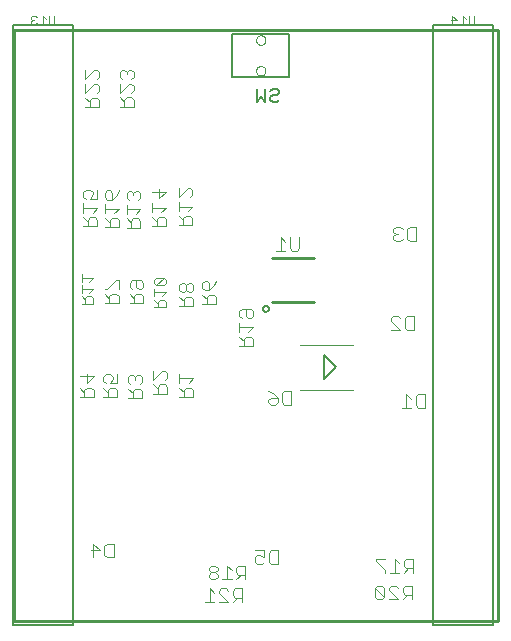
<source format=gbo>
G75*
%MOIN*%
%OFA0B0*%
%FSLAX24Y24*%
%IPPOS*%
%LPD*%
%AMOC8*
5,1,8,0,0,1.08239X$1,22.5*
%
%ADD10C,0.0100*%
%ADD11C,0.0040*%
%ADD12C,0.0050*%
%ADD13C,0.0030*%
%ADD14C,0.0060*%
%ADD15C,0.0000*%
%ADD16C,0.0080*%
D10*
X004503Y003075D02*
X004503Y022760D01*
X020645Y022760D01*
X020645Y003075D01*
X004503Y003075D01*
X013097Y013706D02*
X014517Y013706D01*
X014517Y015166D02*
X013097Y015166D01*
D11*
X013256Y015417D02*
X013563Y015417D01*
X013410Y015417D02*
X013410Y015877D01*
X013563Y015724D01*
X013717Y015877D02*
X013717Y015494D01*
X013793Y015417D01*
X013947Y015417D01*
X014024Y015494D01*
X014024Y015877D01*
X012407Y013479D02*
X012100Y013479D01*
X012024Y013402D01*
X012024Y013248D01*
X012100Y013172D01*
X012254Y013248D02*
X012254Y013479D01*
X012407Y013479D02*
X012484Y013402D01*
X012484Y013248D01*
X012407Y013172D01*
X012330Y013172D01*
X012254Y013248D01*
X012024Y013018D02*
X012024Y012711D01*
X012024Y012558D02*
X012177Y012404D01*
X012177Y012481D02*
X012177Y012251D01*
X012024Y012251D02*
X012484Y012251D01*
X012484Y012481D01*
X012407Y012558D01*
X012254Y012558D01*
X012177Y012481D01*
X012330Y012711D02*
X012484Y012865D01*
X012024Y012865D01*
X011256Y013650D02*
X011256Y013880D01*
X011179Y013957D01*
X011025Y013957D01*
X010949Y013880D01*
X010949Y013650D01*
X010949Y013803D02*
X010795Y013957D01*
X010872Y014110D02*
X010795Y014187D01*
X010795Y014340D01*
X010872Y014417D01*
X010949Y014417D01*
X011025Y014340D01*
X011025Y014110D01*
X010872Y014110D01*
X011025Y014110D02*
X011179Y014264D01*
X011256Y014417D01*
X011256Y013650D02*
X010795Y013650D01*
X010485Y013579D02*
X010485Y013809D01*
X010409Y013886D01*
X010255Y013886D01*
X010179Y013809D01*
X010179Y013579D01*
X010179Y013732D02*
X010025Y013886D01*
X010102Y014039D02*
X010179Y014039D01*
X010255Y014116D01*
X010255Y014269D01*
X010179Y014346D01*
X010102Y014346D01*
X010025Y014269D01*
X010025Y014116D01*
X010102Y014039D01*
X010255Y014116D02*
X010332Y014039D01*
X010409Y014039D01*
X010485Y014116D01*
X010485Y014269D01*
X010409Y014346D01*
X010332Y014346D01*
X010255Y014269D01*
X010025Y013579D02*
X010485Y013579D01*
X008825Y013664D02*
X008825Y013895D01*
X008748Y013971D01*
X008595Y013971D01*
X008518Y013895D01*
X008518Y013664D01*
X008364Y013664D02*
X008825Y013664D01*
X008518Y013818D02*
X008364Y013971D01*
X008441Y014125D02*
X008364Y014201D01*
X008364Y014355D01*
X008441Y014432D01*
X008748Y014432D01*
X008825Y014355D01*
X008825Y014201D01*
X008748Y014125D01*
X008671Y014125D01*
X008595Y014201D01*
X008595Y014432D01*
X007997Y014432D02*
X007997Y014125D01*
X007920Y013971D02*
X007767Y013971D01*
X007690Y013895D01*
X007690Y013664D01*
X007537Y013664D02*
X007997Y013664D01*
X007997Y013895D01*
X007920Y013971D01*
X007690Y013818D02*
X007537Y013971D01*
X007537Y014125D02*
X007613Y014125D01*
X007920Y014432D01*
X007997Y014432D01*
X008266Y016186D02*
X008726Y016186D01*
X008726Y016416D01*
X008649Y016493D01*
X008496Y016493D01*
X008419Y016416D01*
X008419Y016186D01*
X008419Y016339D02*
X008266Y016493D01*
X008266Y016646D02*
X008266Y016953D01*
X008266Y016799D02*
X008726Y016799D01*
X008573Y016646D01*
X008649Y017106D02*
X008726Y017183D01*
X008726Y017337D01*
X008649Y017413D01*
X008573Y017413D01*
X008496Y017337D01*
X008419Y017413D01*
X008342Y017413D01*
X008266Y017337D01*
X008266Y017183D01*
X008342Y017106D01*
X008496Y017260D02*
X008496Y017337D01*
X008011Y017426D02*
X007934Y017273D01*
X007780Y017119D01*
X007780Y017350D01*
X007704Y017426D01*
X007627Y017426D01*
X007550Y017350D01*
X007550Y017196D01*
X007627Y017119D01*
X007780Y017119D01*
X007550Y016966D02*
X007550Y016659D01*
X007550Y016812D02*
X008011Y016812D01*
X007857Y016659D01*
X007780Y016506D02*
X007704Y016429D01*
X007704Y016199D01*
X007704Y016352D02*
X007550Y016506D01*
X007780Y016506D02*
X007934Y016506D01*
X008011Y016429D01*
X008011Y016199D01*
X007550Y016199D01*
X007286Y016225D02*
X007286Y016455D01*
X007210Y016532D01*
X007056Y016532D01*
X006979Y016455D01*
X006979Y016225D01*
X006826Y016225D02*
X007286Y016225D01*
X006979Y016378D02*
X006826Y016532D01*
X006826Y016685D02*
X006826Y016992D01*
X006826Y016839D02*
X007286Y016839D01*
X007133Y016685D01*
X007056Y017146D02*
X007133Y017299D01*
X007133Y017376D01*
X007056Y017453D01*
X006903Y017453D01*
X006826Y017376D01*
X006826Y017222D01*
X006903Y017146D01*
X007056Y017146D02*
X007286Y017146D01*
X007286Y017453D01*
X009113Y017389D02*
X009574Y017389D01*
X009343Y017159D01*
X009343Y017466D01*
X009113Y017005D02*
X009113Y016698D01*
X009113Y016545D02*
X009267Y016391D01*
X009267Y016468D02*
X009267Y016238D01*
X009113Y016238D02*
X009574Y016238D01*
X009574Y016468D01*
X009497Y016545D01*
X009343Y016545D01*
X009267Y016468D01*
X009420Y016698D02*
X009574Y016852D01*
X009113Y016852D01*
X010002Y016891D02*
X010462Y016891D01*
X010309Y016738D01*
X010386Y016584D02*
X010232Y016584D01*
X010155Y016508D01*
X010155Y016277D01*
X010002Y016277D02*
X010462Y016277D01*
X010462Y016508D01*
X010386Y016584D01*
X010155Y016431D02*
X010002Y016584D01*
X010002Y016738D02*
X010002Y017045D01*
X010002Y017198D02*
X010309Y017505D01*
X010386Y017505D01*
X010462Y017428D01*
X010462Y017275D01*
X010386Y017198D01*
X010002Y017198D02*
X010002Y017505D01*
X008499Y020224D02*
X008038Y020224D01*
X008192Y020224D02*
X008192Y020454D01*
X008269Y020531D01*
X008422Y020531D01*
X008499Y020454D01*
X008499Y020224D01*
X008192Y020377D02*
X008038Y020531D01*
X008038Y020684D02*
X008345Y020991D01*
X008422Y020991D01*
X008499Y020914D01*
X008499Y020761D01*
X008422Y020684D01*
X008038Y020684D02*
X008038Y020991D01*
X008115Y021144D02*
X008038Y021221D01*
X008038Y021375D01*
X008115Y021451D01*
X008192Y021451D01*
X008269Y021375D01*
X008269Y021298D01*
X008269Y021375D02*
X008345Y021451D01*
X008422Y021451D01*
X008499Y021375D01*
X008499Y021221D01*
X008422Y021144D01*
X007345Y021213D02*
X007268Y021137D01*
X007345Y021213D02*
X007345Y021367D01*
X007268Y021444D01*
X007191Y021444D01*
X006885Y021137D01*
X006885Y021444D01*
X006885Y020983D02*
X006885Y020676D01*
X007191Y020983D01*
X007268Y020983D01*
X007345Y020906D01*
X007345Y020753D01*
X007268Y020676D01*
X007268Y020523D02*
X007115Y020523D01*
X007038Y020446D01*
X007038Y020216D01*
X007038Y020369D02*
X006885Y020523D01*
X006885Y020216D02*
X007345Y020216D01*
X007345Y020446D01*
X007268Y020523D01*
X005812Y022962D02*
X005719Y022962D01*
X005672Y023008D01*
X005672Y023242D01*
X005565Y023148D02*
X005471Y023242D01*
X005471Y022962D01*
X005378Y022962D02*
X005565Y022962D01*
X005812Y022962D02*
X005859Y023008D01*
X005859Y023242D01*
X005270Y023195D02*
X005223Y023242D01*
X005130Y023242D01*
X005083Y023195D01*
X005083Y023148D01*
X005130Y023102D01*
X005083Y023055D01*
X005083Y023008D01*
X005130Y022962D01*
X005223Y022962D01*
X005270Y023008D01*
X005176Y023102D02*
X005130Y023102D01*
X014046Y012290D02*
X015826Y012290D01*
X017086Y012779D02*
X017393Y012779D01*
X017086Y013085D01*
X017086Y013162D01*
X017163Y013239D01*
X017316Y013239D01*
X017393Y013162D01*
X017547Y013162D02*
X017623Y013239D01*
X017854Y013239D01*
X017854Y012779D01*
X017623Y012779D01*
X017547Y012855D01*
X017547Y013162D01*
X017593Y010644D02*
X017593Y010184D01*
X017440Y010184D02*
X017747Y010184D01*
X017900Y010260D02*
X017900Y010567D01*
X017977Y010644D01*
X018207Y010644D01*
X018207Y010184D01*
X017977Y010184D01*
X017900Y010260D01*
X017747Y010491D02*
X017593Y010644D01*
X015826Y010790D02*
X014046Y010790D01*
X013758Y010744D02*
X013528Y010744D01*
X013451Y010668D01*
X013451Y010361D01*
X013528Y010284D01*
X013758Y010284D01*
X013758Y010744D01*
X013298Y010514D02*
X013068Y010514D01*
X012991Y010437D01*
X012991Y010361D01*
X013068Y010284D01*
X013221Y010284D01*
X013298Y010361D01*
X013298Y010514D01*
X013144Y010668D01*
X012991Y010744D01*
X010485Y010778D02*
X010485Y010547D01*
X010025Y010547D01*
X010179Y010547D02*
X010179Y010778D01*
X010255Y010854D01*
X010409Y010854D01*
X010485Y010778D01*
X010332Y011008D02*
X010485Y011161D01*
X010025Y011161D01*
X010025Y011008D02*
X010025Y011315D01*
X009608Y011345D02*
X009608Y011191D01*
X009531Y011114D01*
X009531Y010961D02*
X009378Y010961D01*
X009301Y010884D01*
X009301Y010654D01*
X009148Y010654D02*
X009608Y010654D01*
X009608Y010884D01*
X009531Y010961D01*
X009301Y010808D02*
X009148Y010961D01*
X009148Y011114D02*
X009454Y011421D01*
X009531Y011421D01*
X009608Y011345D01*
X009148Y011421D02*
X009148Y011114D01*
X008777Y011045D02*
X008777Y011199D01*
X008700Y011275D01*
X008623Y011275D01*
X008547Y011199D01*
X008470Y011275D01*
X008393Y011275D01*
X008316Y011199D01*
X008316Y011045D01*
X008393Y010968D01*
X008316Y010815D02*
X008470Y010661D01*
X008470Y010738D02*
X008470Y010508D01*
X008316Y010508D02*
X008777Y010508D01*
X008777Y010738D01*
X008700Y010815D01*
X008547Y010815D01*
X008470Y010738D01*
X008700Y010968D02*
X008777Y011045D01*
X008547Y011122D02*
X008547Y011199D01*
X007956Y011299D02*
X007956Y010992D01*
X007725Y010992D01*
X007802Y011146D01*
X007802Y011223D01*
X007725Y011299D01*
X007572Y011299D01*
X007495Y011223D01*
X007495Y011069D01*
X007572Y010992D01*
X007495Y010839D02*
X007649Y010686D01*
X007649Y010762D02*
X007649Y010532D01*
X007495Y010532D02*
X007956Y010532D01*
X007956Y010762D01*
X007879Y010839D01*
X007725Y010839D01*
X007649Y010762D01*
X007168Y010766D02*
X007168Y010536D01*
X006708Y010536D01*
X006861Y010536D02*
X006861Y010766D01*
X006938Y010843D01*
X007091Y010843D01*
X007168Y010766D01*
X006861Y010689D02*
X006708Y010843D01*
X006938Y010996D02*
X006938Y011303D01*
X006708Y011227D02*
X007168Y011227D01*
X006938Y010996D01*
X010025Y010854D02*
X010179Y010701D01*
X007832Y005658D02*
X007602Y005658D01*
X007525Y005581D01*
X007525Y005274D01*
X007602Y005197D01*
X007832Y005197D01*
X007832Y005658D01*
X007372Y005428D02*
X007065Y005428D01*
X007142Y005658D02*
X007142Y005197D01*
X007372Y005428D02*
X007142Y005658D01*
X010880Y003701D02*
X011187Y003701D01*
X011034Y003701D02*
X011034Y004161D01*
X011187Y004008D01*
X011341Y004008D02*
X011341Y004085D01*
X011417Y004161D01*
X011571Y004161D01*
X011648Y004085D01*
X011801Y004085D02*
X011801Y003931D01*
X011878Y003854D01*
X012108Y003854D01*
X012108Y003701D02*
X012108Y004161D01*
X011878Y004161D01*
X011801Y004085D01*
X011955Y003854D02*
X011801Y003701D01*
X011648Y003701D02*
X011341Y004008D01*
X011341Y003701D02*
X011648Y003701D01*
X011612Y004464D02*
X011612Y004924D01*
X011765Y004770D01*
X011919Y004694D02*
X011996Y004617D01*
X012226Y004617D01*
X012226Y004464D02*
X012226Y004924D01*
X011996Y004924D01*
X011919Y004847D01*
X011919Y004694D01*
X012072Y004617D02*
X011919Y004464D01*
X011765Y004464D02*
X011458Y004464D01*
X011305Y004540D02*
X011305Y004617D01*
X011228Y004694D01*
X011075Y004694D01*
X010998Y004617D01*
X010998Y004540D01*
X011075Y004464D01*
X011228Y004464D01*
X011305Y004540D01*
X011228Y004694D02*
X011305Y004770D01*
X011305Y004847D01*
X011228Y004924D01*
X011075Y004924D01*
X010998Y004847D01*
X010998Y004770D01*
X011075Y004694D01*
X012540Y005050D02*
X012617Y004973D01*
X012770Y004973D01*
X012847Y005050D01*
X012847Y005203D02*
X012694Y005280D01*
X012617Y005280D01*
X012540Y005203D01*
X012540Y005050D01*
X012847Y005203D02*
X012847Y005433D01*
X012540Y005433D01*
X013001Y005357D02*
X013001Y005050D01*
X013077Y004973D01*
X013308Y004973D01*
X013308Y005433D01*
X013077Y005433D01*
X013001Y005357D01*
X016589Y005151D02*
X016589Y005074D01*
X016895Y004767D01*
X016895Y004690D01*
X017049Y004690D02*
X017356Y004690D01*
X017509Y004690D02*
X017663Y004844D01*
X017586Y004844D02*
X017816Y004844D01*
X017816Y004690D02*
X017816Y005151D01*
X017586Y005151D01*
X017509Y005074D01*
X017509Y004921D01*
X017586Y004844D01*
X017356Y004997D02*
X017202Y005151D01*
X017202Y004690D01*
X017240Y004257D02*
X017317Y004181D01*
X017240Y004257D02*
X017087Y004257D01*
X017010Y004181D01*
X017010Y004104D01*
X017317Y003797D01*
X017010Y003797D01*
X016857Y003874D02*
X016857Y004181D01*
X016780Y004257D01*
X016626Y004257D01*
X016550Y004181D01*
X016857Y003874D01*
X016780Y003797D01*
X016626Y003797D01*
X016550Y003874D01*
X016550Y004181D01*
X017470Y004181D02*
X017470Y004027D01*
X017547Y003950D01*
X017777Y003950D01*
X017777Y003797D02*
X017777Y004257D01*
X017547Y004257D01*
X017470Y004181D01*
X017624Y003950D02*
X017470Y003797D01*
X016895Y005151D02*
X016589Y005151D01*
X017236Y015747D02*
X017390Y015747D01*
X017466Y015823D01*
X017620Y015823D02*
X017620Y016130D01*
X017697Y016207D01*
X017927Y016207D01*
X017927Y015747D01*
X017697Y015747D01*
X017620Y015823D01*
X017313Y015977D02*
X017236Y015977D01*
X017160Y015900D01*
X017160Y015823D01*
X017236Y015747D01*
X017236Y015977D02*
X017160Y016054D01*
X017160Y016130D01*
X017236Y016207D01*
X017390Y016207D01*
X017466Y016130D01*
X019130Y022962D02*
X019130Y023242D01*
X019270Y023102D01*
X019083Y023102D01*
X019378Y022962D02*
X019565Y022962D01*
X019471Y022962D02*
X019471Y023242D01*
X019565Y023148D01*
X019672Y023242D02*
X019672Y023008D01*
X019719Y022962D01*
X019812Y022962D01*
X019859Y023008D01*
X019859Y023242D01*
D12*
X006495Y002942D02*
X004495Y002942D01*
X004495Y022942D01*
X006495Y022942D01*
X006495Y002942D01*
X018495Y002942D02*
X020495Y002942D01*
X020495Y022942D01*
X018495Y022942D01*
X018495Y002942D01*
X013684Y021220D02*
X011794Y021220D01*
X011794Y022637D01*
X013684Y022637D01*
X013684Y021220D01*
D13*
X009502Y014518D02*
X009255Y014518D01*
X009193Y014456D01*
X009193Y014333D01*
X009255Y014271D01*
X009502Y014518D01*
X009564Y014456D01*
X009564Y014333D01*
X009502Y014271D01*
X009255Y014271D01*
X009193Y014150D02*
X009193Y013903D01*
X009193Y013781D02*
X009317Y013658D01*
X009317Y013720D02*
X009317Y013535D01*
X009193Y013535D02*
X009564Y013535D01*
X009564Y013720D01*
X009502Y013781D01*
X009378Y013781D01*
X009317Y013720D01*
X009440Y013903D02*
X009564Y014026D01*
X009193Y014026D01*
X007140Y014137D02*
X006770Y014137D01*
X006770Y014014D02*
X006770Y014261D01*
X006770Y014382D02*
X006770Y014629D01*
X006770Y014506D02*
X007140Y014506D01*
X007017Y014382D01*
X007140Y014137D02*
X007017Y014014D01*
X007078Y013892D02*
X006955Y013892D01*
X006893Y013831D01*
X006893Y013646D01*
X006893Y013769D02*
X006770Y013892D01*
X006770Y013646D02*
X007140Y013646D01*
X007140Y013831D01*
X007078Y013892D01*
D14*
X012807Y013486D02*
X012809Y013506D01*
X012815Y013524D01*
X012824Y013542D01*
X012836Y013557D01*
X012851Y013569D01*
X012869Y013578D01*
X012887Y013584D01*
X012907Y013586D01*
X012927Y013584D01*
X012945Y013578D01*
X012963Y013569D01*
X012978Y013557D01*
X012990Y013542D01*
X012999Y013524D01*
X013005Y013506D01*
X013007Y013486D01*
X013005Y013466D01*
X012999Y013448D01*
X012990Y013430D01*
X012978Y013415D01*
X012963Y013403D01*
X012945Y013394D01*
X012927Y013388D01*
X012907Y013386D01*
X012887Y013388D01*
X012869Y013394D01*
X012851Y013403D01*
X012836Y013415D01*
X012824Y013430D01*
X012815Y013448D01*
X012809Y013466D01*
X012807Y013486D01*
X012895Y020383D02*
X012748Y020529D01*
X012601Y020383D01*
X012601Y020823D01*
X012895Y020823D02*
X012895Y020383D01*
X013061Y020456D02*
X013135Y020383D01*
X013282Y020383D01*
X013355Y020456D01*
X013282Y020603D02*
X013135Y020603D01*
X013061Y020529D01*
X013061Y020456D01*
X013282Y020603D02*
X013355Y020676D01*
X013355Y020750D01*
X013282Y020823D01*
X013135Y020823D01*
X013061Y020750D01*
D15*
X012582Y021417D02*
X012584Y021442D01*
X012590Y021466D01*
X012599Y021488D01*
X012612Y021509D01*
X012628Y021528D01*
X012647Y021544D01*
X012668Y021557D01*
X012690Y021566D01*
X012714Y021572D01*
X012739Y021574D01*
X012764Y021572D01*
X012788Y021566D01*
X012810Y021557D01*
X012831Y021544D01*
X012850Y021528D01*
X012866Y021509D01*
X012879Y021488D01*
X012888Y021466D01*
X012894Y021442D01*
X012896Y021417D01*
X012894Y021392D01*
X012888Y021368D01*
X012879Y021346D01*
X012866Y021325D01*
X012850Y021306D01*
X012831Y021290D01*
X012810Y021277D01*
X012788Y021268D01*
X012764Y021262D01*
X012739Y021260D01*
X012714Y021262D01*
X012690Y021268D01*
X012668Y021277D01*
X012647Y021290D01*
X012628Y021306D01*
X012612Y021325D01*
X012599Y021346D01*
X012590Y021368D01*
X012584Y021392D01*
X012582Y021417D01*
X012582Y022440D02*
X012584Y022465D01*
X012590Y022489D01*
X012599Y022511D01*
X012612Y022532D01*
X012628Y022551D01*
X012647Y022567D01*
X012668Y022580D01*
X012690Y022589D01*
X012714Y022595D01*
X012739Y022597D01*
X012764Y022595D01*
X012788Y022589D01*
X012810Y022580D01*
X012831Y022567D01*
X012850Y022551D01*
X012866Y022532D01*
X012879Y022511D01*
X012888Y022489D01*
X012894Y022465D01*
X012896Y022440D01*
X012894Y022415D01*
X012888Y022391D01*
X012879Y022369D01*
X012866Y022348D01*
X012850Y022329D01*
X012831Y022313D01*
X012810Y022300D01*
X012788Y022291D01*
X012764Y022285D01*
X012739Y022283D01*
X012714Y022285D01*
X012690Y022291D01*
X012668Y022300D01*
X012647Y022313D01*
X012628Y022329D01*
X012612Y022348D01*
X012599Y022369D01*
X012590Y022391D01*
X012584Y022415D01*
X012582Y022440D01*
D16*
X014860Y011934D02*
X014860Y011146D01*
X015263Y011540D01*
X014860Y011934D01*
M02*

</source>
